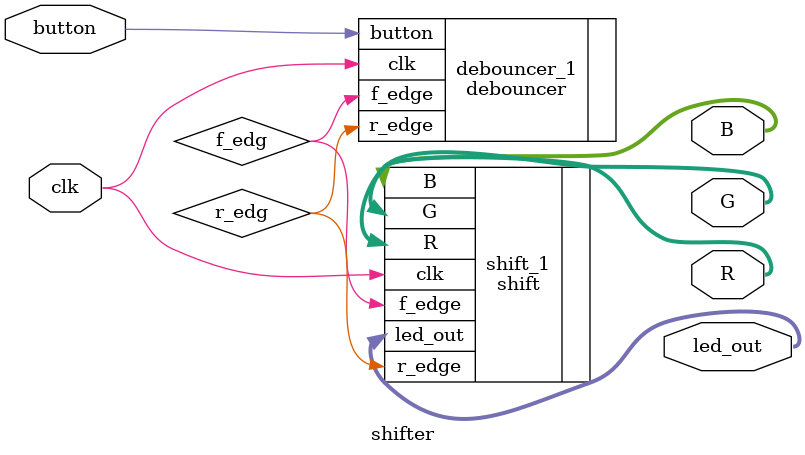
<source format=v>
/*
 *
 *
 */
 
module shifter(
	input 			clk,
	input				button,
	output[24:0]	R,
	output[24:0]	G,
	output[24:0]	B,
	output[1:0]		led_out
);

	wire r_edg;
	wire f_edg;

	debouncer debouncer_1(
		.clk(clk),
		.button(button),
		.r_edge(r_edg),
		.f_edge(f_edg)
	);

	shift shift_1(
		.clk(clk),
		.f_edge(f_edg),
		.r_edge(r_edg),
		.R(R),
		.G(G),
		.B(B),
		.led_out(led_out)
	);

endmodule
</source>
